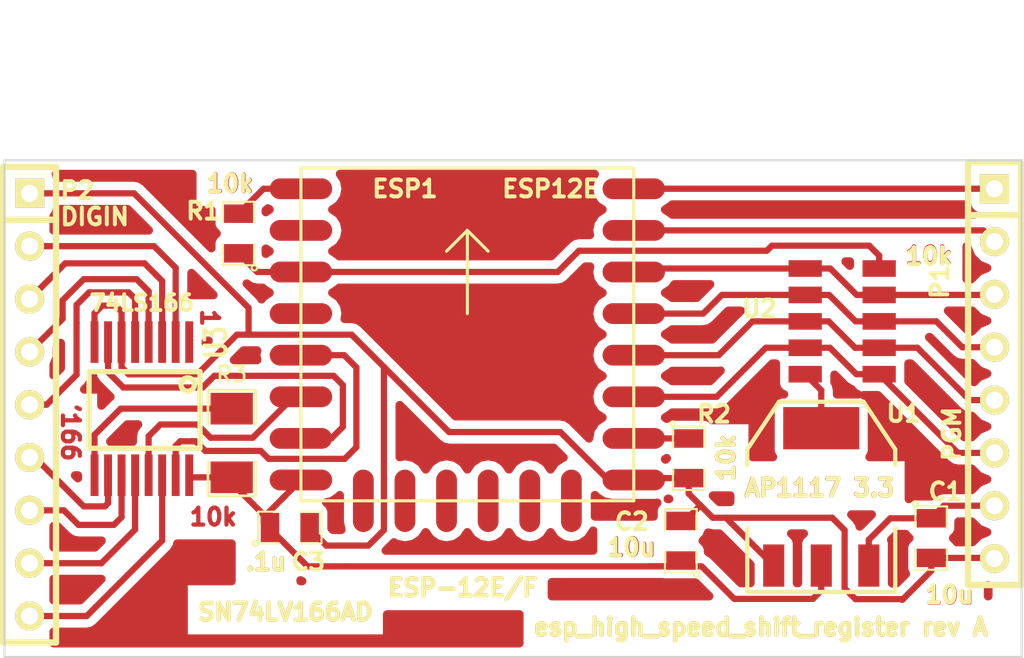
<source format=kicad_pcb>
(kicad_pcb (version 3) (host pcbnew "(2013-jul-07)-stable")

  (general
    (links 47)
    (no_connects 0)
    (area 41.686479 41.054179 91.437461 72.948001)
    (thickness 1.6)
    (drawings 20)
    (tracks 203)
    (zones 0)
    (modules 12)
    (nets 26)
  )

  (page User 152.4 152.4)
  (layers
    (15 F.Cu signal)
    (0 B.Cu signal)
    (16 B.Adhes user)
    (17 F.Adhes user)
    (18 B.Paste user)
    (19 F.Paste user)
    (20 B.SilkS user)
    (21 F.SilkS user)
    (22 B.Mask user)
    (23 F.Mask user)
    (24 Dwgs.User user)
    (25 Cmts.User user)
    (26 Eco1.User user)
    (27 Eco2.User user)
    (28 Edge.Cuts user)
  )

  (setup
    (last_trace_width 0.3)
    (trace_clearance 0.26162)
    (zone_clearance 0.4064)
    (zone_45_only no)
    (trace_min 0.254)
    (segment_width 0.2)
    (edge_width 0.1)
    (via_size 0.889)
    (via_drill 0.635)
    (via_min_size 0.889)
    (via_min_drill 0.508)
    (uvia_size 0.508)
    (uvia_drill 0.127)
    (uvias_allowed no)
    (uvia_min_size 0.508)
    (uvia_min_drill 0.127)
    (pcb_text_width 0.2032)
    (pcb_text_size 0.8128 0.8128)
    (mod_edge_width 0.15)
    (mod_text_size 0.8128 0.8128)
    (mod_text_width 0.1905)
    (pad_size 0.381 2)
    (pad_drill 0)
    (pad_to_mask_clearance 0)
    (aux_axis_origin 0 0)
    (visible_elements FFFFFFBF)
    (pcbplotparams
      (layerselection 32768)
      (usegerberextensions false)
      (excludeedgelayer true)
      (linewidth 0.150000)
      (plotframeref false)
      (viasonmask false)
      (mode 1)
      (useauxorigin false)
      (hpglpennumber 1)
      (hpglpenspeed 20)
      (hpglpendiameter 15)
      (hpglpenoverlay 2)
      (psnegative false)
      (psa4output false)
      (plotreference true)
      (plotvalue true)
      (plotothertext true)
      (plotinvisibletext false)
      (padsonsilk false)
      (subtractmaskfromsilk false)
      (outputformat 2)
      (mirror false)
      (drillshape 0)
      (scaleselection 1)
      (outputdirectory ""))
  )

  (net 0 "")
  (net 1 +3.3V)
  (net 2 +5V)
  (net 3 3v3A)
  (net 4 3v3B)
  (net 5 A)
  (net 6 B)
  (net 7 C)
  (net 8 D)
  (net 9 E)
  (net 10 F)
  (net 11 G)
  (net 12 G0)
  (net 13 G12)
  (net 14 G13)
  (net 15 G14)
  (net 16 G15)
  (net 17 G2)
  (net 18 G4)
  (net 19 G5)
  (net 20 GND)
  (net 21 H)
  (net 22 I2SO_DATA)
  (net 23 N-0000011)
  (net 24 N-0000033)
  (net 25 TX)

  (net_class Default "This is the default net class."
    (clearance 0.26162)
    (trace_width 0.3)
    (via_dia 0.889)
    (via_drill 0.635)
    (uvia_dia 0.508)
    (uvia_drill 0.127)
    (add_net "")
    (add_net +3.3V)
    (add_net +5V)
    (add_net 3v3A)
    (add_net 3v3B)
    (add_net A)
    (add_net B)
    (add_net C)
    (add_net D)
    (add_net E)
    (add_net F)
    (add_net G)
    (add_net G0)
    (add_net G12)
    (add_net G13)
    (add_net G14)
    (add_net G15)
    (add_net G2)
    (add_net G4)
    (add_net G5)
    (add_net GND)
    (add_net H)
    (add_net I2SO_DATA)
    (add_net N-0000011)
    (add_net N-0000033)
    (add_net TX)
  )

  (module SOT223 (layer F.Cu) (tedit 57335B9C) (tstamp 5733792C)
    (at 81.42732 65.2018)
    (descr "module CMS SOT223 4 pins")
    (tags "CMS SOT")
    (path /573346DB)
    (attr smd)
    (fp_text reference U1 (at 3.96748 -4.0132) (layer F.SilkS)
      (effects (font (size 0.8128 0.8128) (thickness 0.1905)))
    )
    (fp_text value "AP1117 3.3" (at -0.0762 -0.4318) (layer F.SilkS)
      (effects (font (size 0.8128 0.8128) (thickness 0.1905)))
    )
    (fp_line (start -3.556 1.524) (end -3.556 4.572) (layer F.SilkS) (width 0.2032))
    (fp_line (start -3.556 4.572) (end 3.556 4.572) (layer F.SilkS) (width 0.2032))
    (fp_line (start 3.556 4.572) (end 3.556 1.524) (layer F.SilkS) (width 0.2032))
    (fp_line (start -3.556 -1.524) (end -3.556 -2.286) (layer F.SilkS) (width 0.2032))
    (fp_line (start -3.556 -2.286) (end -2.032 -4.572) (layer F.SilkS) (width 0.2032))
    (fp_line (start -2.032 -4.572) (end 2.032 -4.572) (layer F.SilkS) (width 0.2032))
    (fp_line (start 2.032 -4.572) (end 3.556 -2.286) (layer F.SilkS) (width 0.2032))
    (fp_line (start 3.556 -2.286) (end 3.556 -1.524) (layer F.SilkS) (width 0.2032))
    (pad 4 smd rect (at 0 -3.302) (size 3.6576 2.032)
      (layers F.Cu F.Paste F.Mask)
      (net 3 3v3A)
    )
    (pad 2 smd rect (at 0 3.302) (size 1.016 2.032)
      (layers F.Cu F.Paste F.Mask)
      (net 1 +3.3V)
    )
    (pad 3 smd rect (at 2.286 3.302) (size 1.016 2.032)
      (layers F.Cu F.Paste F.Mask)
      (net 2 +5V)
    )
    (pad 1 smd rect (at -2.286 3.302) (size 1.016 2.032)
      (layers F.Cu F.Paste F.Mask)
      (net 20 GND)
    )
    (model smd/SOT223.wrl
      (at (xyz 0 0 0))
      (scale (xyz 0.4 0.4 0.4))
      (rotate (xyz 0 0 0))
    )
  )

  (module SM0805 (layer F.Cu) (tedit 57335B82) (tstamp 57337939)
    (at 86.7156 67.183 270)
    (path /573346EA)
    (attr smd)
    (fp_text reference C1 (at -2.2352 -0.6858 360) (layer F.SilkS)
      (effects (font (size 0.8128 0.8128) (thickness 0.1905)))
    )
    (fp_text value 10u (at 2.7178 -0.8636 360) (layer F.SilkS)
      (effects (font (size 0.8128 0.8128) (thickness 0.1905)))
    )
    (fp_circle (center -1.651 0.762) (end -1.651 0.635) (layer F.SilkS) (width 0.09906))
    (fp_line (start -0.508 0.762) (end -1.524 0.762) (layer F.SilkS) (width 0.09906))
    (fp_line (start -1.524 0.762) (end -1.524 -0.762) (layer F.SilkS) (width 0.09906))
    (fp_line (start -1.524 -0.762) (end -0.508 -0.762) (layer F.SilkS) (width 0.09906))
    (fp_line (start 0.508 -0.762) (end 1.524 -0.762) (layer F.SilkS) (width 0.09906))
    (fp_line (start 1.524 -0.762) (end 1.524 0.762) (layer F.SilkS) (width 0.09906))
    (fp_line (start 1.524 0.762) (end 0.508 0.762) (layer F.SilkS) (width 0.09906))
    (pad 1 smd rect (at -0.9525 0 270) (size 0.889 1.397)
      (layers F.Cu F.Paste F.Mask)
      (net 2 +5V)
    )
    (pad 2 smd rect (at 0.9525 0 270) (size 0.889 1.397)
      (layers F.Cu F.Paste F.Mask)
      (net 20 GND)
    )
    (model smd/chip_cms.wrl
      (at (xyz 0 0 0))
      (scale (xyz 0.1 0.1 0.1))
      (rotate (xyz 0 0 0))
    )
  )

  (module SM0805 (layer F.Cu) (tedit 57335B2D) (tstamp 57337946)
    (at 74.676 67.31 90)
    (path /573346F9)
    (attr smd)
    (fp_text reference C2 (at 0.91948 -2.35712 180) (layer F.SilkS)
      (effects (font (size 0.8128 0.8128) (thickness 0.1905)))
    )
    (fp_text value 10u (at -0.32512 -2.39268 180) (layer F.SilkS)
      (effects (font (size 0.8128 0.8128) (thickness 0.1905)))
    )
    (fp_circle (center -1.651 0.762) (end -1.651 0.635) (layer F.SilkS) (width 0.09906))
    (fp_line (start -0.508 0.762) (end -1.524 0.762) (layer F.SilkS) (width 0.09906))
    (fp_line (start -1.524 0.762) (end -1.524 -0.762) (layer F.SilkS) (width 0.09906))
    (fp_line (start -1.524 -0.762) (end -0.508 -0.762) (layer F.SilkS) (width 0.09906))
    (fp_line (start 0.508 -0.762) (end 1.524 -0.762) (layer F.SilkS) (width 0.09906))
    (fp_line (start 1.524 -0.762) (end 1.524 0.762) (layer F.SilkS) (width 0.09906))
    (fp_line (start 1.524 0.762) (end 0.508 0.762) (layer F.SilkS) (width 0.09906))
    (pad 1 smd rect (at -0.9525 0 90) (size 0.889 1.397)
      (layers F.Cu F.Paste F.Mask)
      (net 1 +3.3V)
    )
    (pad 2 smd rect (at 0.9525 0 90) (size 0.889 1.397)
      (layers F.Cu F.Paste F.Mask)
      (net 20 GND)
    )
    (model smd/chip_cms.wrl
      (at (xyz 0 0 0))
      (scale (xyz 0.1 0.1 0.1))
      (rotate (xyz 0 0 0))
    )
  )

  (module SM0805 (layer F.Cu) (tedit 57335AEF) (tstamp 57337953)
    (at 53.4162 52.5399 90)
    (path /57334831)
    (attr smd)
    (fp_text reference R1 (at 1.0795 -1.7018 180) (layer F.SilkS)
      (effects (font (size 0.8128 0.8128) (thickness 0.1905)))
    )
    (fp_text value 10k (at 2.4003 -0.4318 180) (layer F.SilkS)
      (effects (font (size 0.8128 0.8128) (thickness 0.1905)))
    )
    (fp_circle (center -1.651 0.762) (end -1.651 0.635) (layer F.SilkS) (width 0.09906))
    (fp_line (start -0.508 0.762) (end -1.524 0.762) (layer F.SilkS) (width 0.09906))
    (fp_line (start -1.524 0.762) (end -1.524 -0.762) (layer F.SilkS) (width 0.09906))
    (fp_line (start -1.524 -0.762) (end -0.508 -0.762) (layer F.SilkS) (width 0.09906))
    (fp_line (start 0.508 -0.762) (end 1.524 -0.762) (layer F.SilkS) (width 0.09906))
    (fp_line (start 1.524 -0.762) (end 1.524 0.762) (layer F.SilkS) (width 0.09906))
    (fp_line (start 1.524 0.762) (end 0.508 0.762) (layer F.SilkS) (width 0.09906))
    (pad 1 smd rect (at -0.9525 0 90) (size 0.889 1.397)
      (layers F.Cu F.Paste F.Mask)
      (net 4 3v3B)
    )
    (pad 2 smd rect (at 0.9525 0 90) (size 0.889 1.397)
      (layers F.Cu F.Paste F.Mask)
      (net 24 N-0000033)
    )
    (model smd/chip_cms.wrl
      (at (xyz 0 0 0))
      (scale (xyz 0.1 0.1 0.1))
      (rotate (xyz 0 0 0))
    )
  )

  (module SM0805 (layer F.Cu) (tedit 57335B5E) (tstamp 57337960)
    (at 75.057 63.3476 270)
    (path /57334860)
    (attr smd)
    (fp_text reference R2 (at -2.12852 -1.21412 360) (layer F.SilkS)
      (effects (font (size 0.8128 0.8128) (thickness 0.1905)))
    )
    (fp_text value 10k (at -0.0254 -1.78816 270) (layer F.SilkS)
      (effects (font (size 0.8128 0.8128) (thickness 0.1905)))
    )
    (fp_circle (center -1.651 0.762) (end -1.651 0.635) (layer F.SilkS) (width 0.09906))
    (fp_line (start -0.508 0.762) (end -1.524 0.762) (layer F.SilkS) (width 0.09906))
    (fp_line (start -1.524 0.762) (end -1.524 -0.762) (layer F.SilkS) (width 0.09906))
    (fp_line (start -1.524 -0.762) (end -0.508 -0.762) (layer F.SilkS) (width 0.09906))
    (fp_line (start 0.508 -0.762) (end 1.524 -0.762) (layer F.SilkS) (width 0.09906))
    (fp_line (start 1.524 -0.762) (end 1.524 0.762) (layer F.SilkS) (width 0.09906))
    (fp_line (start 1.524 0.762) (end 0.508 0.762) (layer F.SilkS) (width 0.09906))
    (pad 1 smd rect (at -0.9525 0 270) (size 0.889 1.397)
      (layers F.Cu F.Paste F.Mask)
      (net 16 G15)
    )
    (pad 2 smd rect (at 0.9525 0 270) (size 0.889 1.397)
      (layers F.Cu F.Paste F.Mask)
      (net 20 GND)
    )
    (model smd/chip_cms.wrl
      (at (xyz 0 0 0))
      (scale (xyz 0.1 0.1 0.1))
      (rotate (xyz 0 0 0))
    )
  )

  (module SM0805 (layer F.Cu) (tedit 5744BB70) (tstamp 5733796D)
    (at 55.88 66.675)
    (path /57334E71)
    (attr smd)
    (fp_text reference C3 (at 0.889 1.651) (layer F.SilkS)
      (effects (font (size 0.8128 0.8128) (thickness 0.1905)))
    )
    (fp_text value .1u (at -1.143 1.651) (layer F.SilkS)
      (effects (font (size 0.8128 0.8128) (thickness 0.1905)))
    )
    (fp_circle (center -1.651 0.762) (end -1.651 0.635) (layer F.SilkS) (width 0.09906))
    (fp_line (start -0.508 0.762) (end -1.524 0.762) (layer F.SilkS) (width 0.09906))
    (fp_line (start -1.524 0.762) (end -1.524 -0.762) (layer F.SilkS) (width 0.09906))
    (fp_line (start -1.524 -0.762) (end -0.508 -0.762) (layer F.SilkS) (width 0.09906))
    (fp_line (start 0.508 -0.762) (end 1.524 -0.762) (layer F.SilkS) (width 0.09906))
    (fp_line (start 1.524 -0.762) (end 1.524 0.762) (layer F.SilkS) (width 0.09906))
    (fp_line (start 1.524 0.762) (end 0.508 0.762) (layer F.SilkS) (width 0.09906))
    (pad 1 smd rect (at -0.9525 0) (size 0.889 1.397)
      (layers F.Cu F.Paste F.Mask)
      (net 1 +3.3V)
    )
    (pad 2 smd rect (at 0.9525 0) (size 0.889 1.397)
      (layers F.Cu F.Paste F.Mask)
      (net 20 GND)
    )
    (model smd/chip_cms.wrl
      (at (xyz 0 0 0))
      (scale (xyz 0.1 0.1 0.1))
      (rotate (xyz 0 0 0))
    )
  )

  (module SIL-8 (layer F.Cu) (tedit 57335B6D) (tstamp 5733797E)
    (at 89.75344 59.27852 270)
    (descr "Connecteur 8 pins")
    (tags "CONN DEV")
    (path /57334C6B)
    (fp_text reference P1 (at -4.41452 2.63144 270) (layer F.SilkS)
      (effects (font (size 0.8128 0.8128) (thickness 0.1905)))
    )
    (fp_text value PGM (at 2.90068 2.04724 270) (layer F.SilkS)
      (effects (font (size 0.8128 0.8128) (thickness 0.1905)))
    )
    (fp_line (start -10.16 -1.27) (end 10.16 -1.27) (layer F.SilkS) (width 0.3048))
    (fp_line (start 10.16 -1.27) (end 10.16 1.27) (layer F.SilkS) (width 0.3048))
    (fp_line (start 10.16 1.27) (end -10.16 1.27) (layer F.SilkS) (width 0.3048))
    (fp_line (start -10.16 1.27) (end -10.16 -1.27) (layer F.SilkS) (width 0.3048))
    (fp_line (start -7.62 1.27) (end -7.62 -1.27) (layer F.SilkS) (width 0.3048))
    (pad 1 thru_hole rect (at -8.89 0 270) (size 1.397 1.397) (drill 0.8128)
      (layers *.Cu *.Mask F.SilkS)
      (net 25 TX)
    )
    (pad 2 thru_hole circle (at -6.35 0 270) (size 1.397 1.397) (drill 0.8128)
      (layers *.Cu *.Mask F.SilkS)
      (net 22 I2SO_DATA)
    )
    (pad 3 thru_hole circle (at -3.81 0 270) (size 1.397 1.397) (drill 0.8128)
      (layers *.Cu *.Mask F.SilkS)
      (net 19 G5)
    )
    (pad 4 thru_hole circle (at -1.27 0 270) (size 1.397 1.397) (drill 0.8128)
      (layers *.Cu *.Mask F.SilkS)
      (net 18 G4)
    )
    (pad 5 thru_hole circle (at 1.27 0 270) (size 1.397 1.397) (drill 0.8128)
      (layers *.Cu *.Mask F.SilkS)
      (net 12 G0)
    )
    (pad 6 thru_hole circle (at 3.81 0 270) (size 1.397 1.397) (drill 0.8128)
      (layers *.Cu *.Mask F.SilkS)
      (net 17 G2)
    )
    (pad 7 thru_hole circle (at 6.35 0 270) (size 1.397 1.397) (drill 0.8128)
      (layers *.Cu *.Mask F.SilkS)
      (net 2 +5V)
    )
    (pad 8 thru_hole circle (at 8.89 0 270) (size 1.397 1.397) (drill 0.8128)
      (layers *.Cu *.Mask F.SilkS)
      (net 20 GND)
    )
  )

  (module EXB-A (layer F.Cu) (tedit 57335B69) (tstamp 5733799F)
    (at 82.43316 56.76392)
    (path /57334943)
    (fp_text reference U2 (at -3.98272 -0.60452) (layer F.SilkS)
      (effects (font (size 0.8128 0.8128) (thickness 0.1905)))
    )
    (fp_text value 10k (at 4.17068 -3.11912) (layer F.SilkS)
      (effects (font (size 0.8128 0.8128) (thickness 0.1905)))
    )
    (pad 1 smd rect (at -1.778 -2.54 90) (size 0.8001 1.6002)
      (layers F.Cu F.Paste F.Mask)
      (net 19 G5)
    )
    (pad 2 smd rect (at -1.778 -1.27 90) (size 0.8001 1.6002)
      (layers F.Cu F.Paste F.Mask)
      (net 18 G4)
    )
    (pad 3 smd rect (at -1.778 0 90) (size 0.8001 1.6002)
      (layers F.Cu F.Paste F.Mask)
      (net 12 G0)
    )
    (pad 4 smd rect (at -1.778 1.27 90) (size 0.8001 1.6002)
      (layers F.Cu F.Paste F.Mask)
      (net 17 G2)
    )
    (pad 5 smd rect (at -1.778 2.54 90) (size 0.8001 1.6002)
      (layers F.Cu F.Paste F.Mask)
      (net 3 3v3A)
    )
    (pad 6 smd rect (at 1.778 2.54 90) (size 0.8001 1.6002)
      (layers F.Cu F.Paste F.Mask)
      (net 17 G2)
    )
    (pad 7 smd rect (at 1.778 1.27 90) (size 0.8001 1.6002)
      (layers F.Cu F.Paste F.Mask)
      (net 12 G0)
    )
    (pad 8 smd rect (at 1.778 0 90) (size 0.8001 1.6002)
      (layers F.Cu F.Paste F.Mask)
      (net 18 G4)
    )
    (pad 9 smd rect (at 1.778 -1.27 90) (size 0.8001 1.6002)
      (layers F.Cu F.Paste F.Mask)
      (net 19 G5)
    )
    (pad 10 smd rect (at 1.778 -2.54 90) (size 0.8001 1.6002)
      (layers F.Cu F.Paste F.Mask)
      (net 4 3v3B)
    )
  )

  (module ESP12E (layer F.Cu) (tedit 560D9068) (tstamp 573379C3)
    (at 64.4144 53.3908)
    (path /573344E2)
    (fp_text reference ESP1 (at -3 -3) (layer F.SilkS)
      (effects (font (size 0.8128 0.8128) (thickness 0.1905)))
    )
    (fp_text value ESP12E (at 4 -3) (layer F.SilkS)
      (effects (font (size 0.8128 0.8128) (thickness 0.1905)))
    )
    (fp_line (start 0 -1) (end -1 0) (layer F.SilkS) (width 0.15))
    (fp_line (start 0 -1) (end 1 0) (layer F.SilkS) (width 0.15))
    (fp_line (start 0 -1) (end 0 3) (layer F.SilkS) (width 0.15))
    (fp_line (start -8 12) (end -8 -4) (layer F.SilkS) (width 0.15))
    (fp_line (start -8 -4) (end 8 -4) (layer F.SilkS) (width 0.15))
    (fp_line (start 8 -4) (end 8 12) (layer F.SilkS) (width 0.15))
    (fp_line (start 8 -12) (end -8 -12) (layer Dwgs.User) (width 0.15))
    (fp_line (start -8 -12) (end -8 12) (layer Dwgs.User) (width 0.15))
    (fp_line (start -8 12) (end 8 12) (layer F.SilkS) (width 0.15))
    (fp_line (start 8 12) (end 8 -12) (layer Dwgs.User) (width 0.15))
    (pad 1 smd oval (at -8 -3) (size 3 1)
      (layers F.Cu F.Paste F.Mask)
      (net 24 N-0000033)
    )
    (pad 2 smd oval (at -8 -1) (size 3 1)
      (layers F.Cu F.Paste F.Mask)
    )
    (pad 3 smd oval (at -8 1) (size 3 1)
      (layers F.Cu F.Paste F.Mask)
      (net 4 3v3B)
    )
    (pad 4 smd oval (at -8 3) (size 3 1)
      (layers F.Cu F.Paste F.Mask)
    )
    (pad 5 smd oval (at -8 5) (size 3 1)
      (layers F.Cu F.Paste F.Mask)
      (net 15 G14)
    )
    (pad 6 smd oval (at -8 7) (size 3 1)
      (layers F.Cu F.Paste F.Mask)
      (net 13 G12)
    )
    (pad 7 smd oval (at -8 9) (size 3 1)
      (layers F.Cu F.Paste F.Mask)
      (net 14 G13)
    )
    (pad 8 smd oval (at -8 11) (size 3 1)
      (layers F.Cu F.Paste F.Mask)
      (net 1 +3.3V)
    )
    (pad 9 smd oval (at -5 12 90) (size 3 1)
      (layers F.Cu F.Paste F.Mask)
    )
    (pad 10 smd oval (at -3 12 90) (size 3 1)
      (layers F.Cu F.Paste F.Mask)
    )
    (pad 11 smd oval (at -1 12 90) (size 3 1)
      (layers F.Cu F.Paste F.Mask)
    )
    (pad 12 smd oval (at 1 12 90) (size 3 1)
      (layers F.Cu F.Paste F.Mask)
    )
    (pad 13 smd oval (at 3 12 90) (size 3 1)
      (layers F.Cu F.Paste F.Mask)
    )
    (pad 14 smd oval (at 5 12 90) (size 3 1)
      (layers F.Cu F.Paste F.Mask)
    )
    (pad 15 smd oval (at 8 11 180) (size 3 1)
      (layers F.Cu F.Paste F.Mask)
      (net 20 GND)
    )
    (pad 16 smd oval (at 8 9 180) (size 3 1)
      (layers F.Cu F.Paste F.Mask)
      (net 16 G15)
    )
    (pad 17 smd oval (at 8 7 180) (size 3 1)
      (layers F.Cu F.Paste F.Mask)
      (net 17 G2)
    )
    (pad 18 smd oval (at 8 5 180) (size 3 1)
      (layers F.Cu F.Paste F.Mask)
      (net 12 G0)
    )
    (pad 19 smd oval (at 8 3 180) (size 3 1)
      (layers F.Cu F.Paste F.Mask)
      (net 18 G4)
    )
    (pad 20 smd oval (at 8 1 180) (size 3 1)
      (layers F.Cu F.Paste F.Mask)
      (net 19 G5)
    )
    (pad 21 smd oval (at 8 -1 180) (size 3 1)
      (layers F.Cu F.Paste F.Mask)
      (net 22 I2SO_DATA)
    )
    (pad 22 smd oval (at 8 -3 180) (size 3 1)
      (layers F.Cu F.Paste F.Mask)
      (net 25 TX)
    )
  )

  (module SIL-9 (layer F.Cu) (tedit 57335AF6) (tstamp 573382C2)
    (at 43.3705 60.7695 270)
    (descr "Connecteur 9 pins")
    (tags "CONN DEV")
    (path /57335304)
    (fp_text reference P2 (at -10.2997 -2.2987 360) (layer F.SilkS)
      (effects (font (size 0.8128 0.8128) (thickness 0.1905)))
    )
    (fp_text value DIGIN (at -9.03478 -3.13182 360) (layer F.SilkS)
      (effects (font (size 0.8128 0.8128) (thickness 0.1905)))
    )
    (fp_line (start 11.43 -1.27) (end 11.43 1.27) (layer F.SilkS) (width 0.3048))
    (fp_line (start 11.43 1.27) (end -11.43 1.27) (layer F.SilkS) (width 0.3048))
    (fp_line (start -11.43 1.27) (end -11.43 -1.27) (layer F.SilkS) (width 0.3048))
    (fp_line (start 11.43 -1.27) (end -11.43 -1.27) (layer F.SilkS) (width 0.3048))
    (fp_line (start -8.89 -1.27) (end -8.89 1.27) (layer F.SilkS) (width 0.3048))
    (pad 1 thru_hole rect (at -10.16 0 270) (size 1.397 1.397) (drill 0.8128)
      (layers *.Cu *.Mask F.SilkS)
      (net 20 GND)
    )
    (pad 2 thru_hole circle (at -7.62 0 270) (size 1.397 1.397) (drill 0.8128)
      (layers *.Cu *.Mask F.SilkS)
      (net 5 A)
    )
    (pad 3 thru_hole circle (at -5.08 0 270) (size 1.397 1.397) (drill 0.8128)
      (layers *.Cu *.Mask F.SilkS)
      (net 6 B)
    )
    (pad 4 thru_hole circle (at -2.54 0 270) (size 1.397 1.397) (drill 0.8128)
      (layers *.Cu *.Mask F.SilkS)
      (net 7 C)
    )
    (pad 5 thru_hole circle (at 0 0 270) (size 1.397 1.397) (drill 0.8128)
      (layers *.Cu *.Mask F.SilkS)
      (net 8 D)
    )
    (pad 6 thru_hole circle (at 2.54 0 270) (size 1.397 1.397) (drill 0.8128)
      (layers *.Cu *.Mask F.SilkS)
      (net 9 E)
    )
    (pad 7 thru_hole circle (at 5.08 0 270) (size 1.397 1.397) (drill 0.8128)
      (layers *.Cu *.Mask F.SilkS)
      (net 10 F)
    )
    (pad 8 thru_hole circle (at 7.62 0 270) (size 1.397 1.397) (drill 0.8128)
      (layers *.Cu *.Mask F.SilkS)
      (net 11 G)
    )
    (pad 9 thru_hole circle (at 10.16 0 270) (size 1.397 1.397) (drill 0.8128)
      (layers *.Cu *.Mask F.SilkS)
      (net 21 H)
    )
  )

  (module TSSOP16WIDE (layer F.Cu) (tedit 5744BBB4) (tstamp 5733820E)
    (at 48.768 60.96 180)
    (path /573346B8)
    (attr smd)
    (fp_text reference U3 (at -3.556 3.175 270) (layer F.SilkS)
      (effects (font (size 1.016 0.762) (thickness 0.1905)))
    )
    (fp_text value 74LS166 (at 0 5.08 180) (layer F.SilkS)
      (effects (font (size 0.762 0.762) (thickness 0.1905)))
    )
    (fp_line (start -2.794 -1.905) (end 2.54 -1.905) (layer F.SilkS) (width 0.254))
    (fp_line (start 2.54 -1.905) (end 2.54 1.778) (layer F.SilkS) (width 0.254))
    (fp_line (start 2.54 1.778) (end -2.794 1.778) (layer F.SilkS) (width 0.254))
    (fp_line (start -2.794 1.778) (end -2.794 -1.905) (layer F.SilkS) (width 0.254))
    (fp_circle (center -2.20218 1.15824) (end -2.40538 1.41224) (layer F.SilkS) (width 0.254))
    (pad 1 smd rect (at -2.27584 3.2 180) (size 0.381 2)
      (layers F.Cu F.Paste F.Mask)
    )
    (pad 2 smd rect (at -1.6256 3.2 180) (size 0.381 2)
      (layers F.Cu F.Paste F.Mask)
      (net 5 A)
    )
    (pad 3 smd rect (at -0.97536 3.2 180) (size 0.381 2)
      (layers F.Cu F.Paste F.Mask)
      (net 6 B)
    )
    (pad 4 smd rect (at -0.32512 3.2 180) (size 0.381 2)
      (layers F.Cu F.Paste F.Mask)
      (net 7 C)
    )
    (pad 5 smd rect (at 0.32512 3.2 180) (size 0.381 2)
      (layers F.Cu F.Paste F.Mask)
      (net 8 D)
    )
    (pad 6 smd rect (at 0.97536 3.2 180) (size 0.381 2)
      (layers F.Cu F.Paste F.Mask)
      (net 20 GND)
    )
    (pad 7 smd rect (at 1.6256 3.2 180) (size 0.381 2)
      (layers F.Cu F.Paste F.Mask)
      (net 14 G13)
    )
    (pad 8 smd rect (at 2.27584 3.2 180) (size 0.381 2)
      (layers F.Cu F.Paste F.Mask)
      (net 20 GND)
    )
    (pad 9 smd rect (at 2.27584 -3.2 180) (size 0.381 2)
      (layers F.Cu F.Paste F.Mask)
      (net 23 N-0000011)
    )
    (pad 10 smd rect (at 1.6256 -3.2 180) (size 0.381 2)
      (layers F.Cu F.Paste F.Mask)
      (net 9 E)
    )
    (pad 11 smd rect (at 0.97536 -3.2 180) (size 0.381 2)
      (layers F.Cu F.Paste F.Mask)
      (net 10 F)
    )
    (pad 12 smd rect (at 0.32512 -3.2 180) (size 0.381 2)
      (layers F.Cu F.Paste F.Mask)
      (net 11 G)
    )
    (pad 13 smd rect (at -0.32512 -3.2 180) (size 0.381 2)
      (layers F.Cu F.Paste F.Mask)
      (net 13 G12)
    )
    (pad 14 smd rect (at -0.97536 -3.2 180) (size 0.381 2)
      (layers F.Cu F.Paste F.Mask)
      (net 21 H)
    )
    (pad 15 smd rect (at -1.6256 -3.2 180) (size 0.381 2)
      (layers F.Cu F.Paste F.Mask)
      (net 15 G14)
    )
    (pad 16 smd rect (at -2.27584 -3.2 180) (size 0.381 2)
      (layers F.Cu F.Paste F.Mask)
      (net 1 +3.3V)
    )
    (model smd\smd_dil\tssop-16.wrl
      (at (xyz 0 0 0))
      (scale (xyz 1 1 1))
      (rotate (xyz 0 0 0))
    )
  )

  (module SM1206 (layer F.Cu) (tedit 5744BB29) (tstamp 57450BA0)
    (at 53.086 62.611 90)
    (path /5744B7D9)
    (attr smd)
    (fp_text reference R3 (at 3.302 0 180) (layer F.SilkS)
      (effects (font (size 0.762 0.762) (thickness 0.127)))
    )
    (fp_text value 10k (at 0 0 90) (layer F.SilkS) hide
      (effects (font (size 0.762 0.762) (thickness 0.127)))
    )
    (fp_line (start -2.54 -1.143) (end -2.54 1.143) (layer F.SilkS) (width 0.127))
    (fp_line (start -2.54 1.143) (end -0.889 1.143) (layer F.SilkS) (width 0.127))
    (fp_line (start 0.889 -1.143) (end 2.54 -1.143) (layer F.SilkS) (width 0.127))
    (fp_line (start 2.54 -1.143) (end 2.54 1.143) (layer F.SilkS) (width 0.127))
    (fp_line (start 2.54 1.143) (end 0.889 1.143) (layer F.SilkS) (width 0.127))
    (fp_line (start -0.889 -1.143) (end -2.54 -1.143) (layer F.SilkS) (width 0.127))
    (pad 1 smd rect (at -1.651 0 90) (size 1.524 2.032)
      (layers F.Cu F.Paste F.Mask)
      (net 1 +3.3V)
    )
    (pad 2 smd rect (at 1.651 0 90) (size 1.524 2.032)
      (layers F.Cu F.Paste F.Mask)
      (net 23 N-0000011)
    )
    (model smd/chip_cms.wrl
      (at (xyz 0 0 0))
      (scale (xyz 0.17 0.16 0.16))
      (rotate (xyz 0 0 0))
    )
  )

  (gr_text '166 (at 45.339 62.103 270) (layer F.Cu)
    (effects (font (size 0.8128 0.8128) (thickness 0.2032)))
  )
  (gr_text "10k\n" (at 52.197 66.167) (layer F.Cu)
    (effects (font (size 0.8128 0.8128) (thickness 0.2032)))
  )
  (gr_line (start 42.164 72.898) (end 91.059 72.898) (angle 90) (layer Edge.Cuts) (width 0.1))
  (gr_line (start 91.059 49.022) (end 42.164 49.022) (angle 90) (layer Edge.Cuts) (width 0.1))
  (gr_text SN74LV166AD (at 55.66664 70.73392) (layer F.SilkS)
    (effects (font (size 0.8128 0.8128) (thickness 0.2032)))
  )
  (gr_text SN74LV166AD (at 55.66664 70.73392) (layer F.Cu)
    (effects (font (size 0.8128 0.8128) (thickness 0.2032)))
  )
  (gr_text ESP-12E/F (at 64.1858 69.5706) (layer F.SilkS)
    (effects (font (size 0.8128 0.8128) (thickness 0.2032)))
  )
  (gr_text "esp_high_speed_shift_register rev A" (at 78.52156 71.46036) (layer F.SilkS)
    (effects (font (size 0.8128 0.8128) (thickness 0.2032)))
  )
  (gr_text "esp_high_speed_shift_register rev A" (at 78.52156 71.46036) (layer F.Cu)
    (effects (font (size 0.8128 0.8128) (thickness 0.2032)))
  )
  (gr_text "10k\n" (at 53.0098 50.1396) (layer F.Cu)
    (effects (font (size 0.8128 0.8128) (thickness 0.2032)))
  )
  (gr_text 10k (at 86.60384 53.60924) (layer F.Cu)
    (effects (font (size 0.8128 0.8128) (thickness 0.2032)))
  )
  (gr_text 1 (at 52.03444 56.59628 270) (layer F.Cu)
    (effects (font (size 0.8128 0.8128) (thickness 0.2032)))
  )
  (gr_text 10u (at 87.59444 69.91604) (layer F.Cu)
    (effects (font (size 0.8128 0.8128) (thickness 0.2032)))
  )
  (gr_text 10u (at 72.3138 67.63004) (layer F.Cu)
    (effects (font (size 0.8128 0.8128) (thickness 0.2032)))
  )
  (gr_text 10k (at 76.85024 63.3222 90) (layer F.Cu)
    (effects (font (size 0.8128 0.8128) (thickness 0.2032)))
  )
  (gr_text "AP1117 3.3" (at 81.34604 64.77) (layer F.Cu)
    (effects (font (size 0.8128 0.8128) (thickness 0.2032)))
  )
  (gr_text .1u (at 54.737 68.326) (layer F.Cu)
    (effects (font (size 0.8128 0.8128) (thickness 0.2032)))
  )
  (gr_text ESP-12E/F (at 64.1858 69.5706) (layer F.Cu)
    (effects (font (size 0.8128 0.8128) (thickness 0.2032)))
  )
  (gr_line (start 91.059 72.898) (end 91.059 49.022) (angle 90) (layer Edge.Cuts) (width 0.1))
  (gr_line (start 42.164 49.022) (end 42.164 72.898) (angle 90) (layer Edge.Cuts) (width 0.1))

  (segment (start 51.04384 64.16) (end 51.14584 64.262) (width 0.3) (layer F.Cu) (net 1))
  (segment (start 51.14584 64.262) (end 53.086 64.262) (width 0.3) (layer F.Cu) (net 1) (tstamp 57450C7C) (status 20))
  (segment (start 81.42732 68.5038) (end 81.42732 69.70268) (width 0.3) (layer F.Cu) (net 1))
  (segment (start 81.026 70.104) (end 77.2414 70.104) (width 0.3) (layer F.Cu) (net 1) (tstamp 57338368))
  (segment (start 81.42732 69.70268) (end 81.026 70.104) (width 0.3) (layer F.Cu) (net 1) (tstamp 57338367))
  (segment (start 73.152 68.5419) (end 74.3966 68.5419) (width 0.3) (layer F.Cu) (net 1))
  (segment (start 74.3966 68.5419) (end 74.676 68.2625) (width 0.3) (layer F.Cu) (net 1) (tstamp 57338355))
  (segment (start 58.5597 68.5419) (end 56.7309 68.5419) (width 0.3) (layer F.Cu) (net 1))
  (segment (start 58.5597 68.5419) (end 73.152 68.5419) (width 0.3) (layer F.Cu) (net 1) (tstamp 57335118))
  (segment (start 73.152 68.5419) (end 75.6793 68.5419) (width 0.3) (layer F.Cu) (net 1) (tstamp 57338353))
  (segment (start 77.2414 70.104) (end 75.6793 68.5419) (width 0.3) (layer F.Cu) (net 1) (tstamp 5733836B))
  (segment (start 56.7309 68.5419) (end 54.6354 66.4464) (width 0.3) (layer F.Cu) (net 1) (tstamp 57338307))
  (segment (start 52.24272 63.68288) (end 54.6354 66.07556) (width 0.3) (layer F.Cu) (net 1) (tstamp 57338291) (status 10))
  (segment (start 54.6354 66.07556) (end 54.6354 66.4464) (width 0.3) (layer F.Cu) (net 1) (tstamp 57338292))
  (segment (start 55.5498 65.2554) (end 54.6354 66.1698) (width 0.3) (layer F.Cu) (net 1))
  (segment (start 54.6354 66.1698) (end 54.6354 66.4464) (width 0.3) (layer F.Cu) (net 1) (tstamp 57338286))
  (segment (start 55.6288 65.1764) (end 55.5498 65.2554) (width 0.3) (layer F.Cu) (net 1) (tstamp 5733507C))
  (segment (start 55.5498 65.2554) (end 56.4144 64.3908) (width 0.3) (layer F.Cu) (net 1) (tstamp 57338284))
  (segment (start 56.4144 64.3908) (end 57.4276 64.3908) (width 0.3) (layer F.Cu) (net 1))
  (segment (start 86.7156 66.2305) (end 84.7471 66.2305) (width 0.3) (layer F.Cu) (net 2))
  (segment (start 83.71332 67.26428) (end 83.71332 68.5038) (width 0.3) (layer F.Cu) (net 2) (tstamp 573402A7))
  (segment (start 84.7471 66.2305) (end 83.71332 67.26428) (width 0.3) (layer F.Cu) (net 2) (tstamp 573402A6))
  (segment (start 89.75344 65.62852) (end 87.31758 65.62852) (width 0.3) (layer F.Cu) (net 2))
  (segment (start 87.31758 65.62852) (end 86.7156 66.2305) (width 0.3) (layer F.Cu) (net 2) (tstamp 573402A3))
  (segment (start 81.42732 61.8998) (end 81.42732 60.07608) (width 0.3) (layer F.Cu) (net 3))
  (segment (start 81.42732 60.07608) (end 80.65516 59.30392) (width 0.3) (layer F.Cu) (net 3) (tstamp 573402AA))
  (segment (start 56.4144 54.3908) (end 68.75856 54.3908) (width 0.3) (layer F.Cu) (net 4))
  (segment (start 84.21116 53.60416) (end 84.21116 54.22392) (width 0.3) (layer F.Cu) (net 4) (tstamp 57338378))
  (segment (start 83.73364 53.12664) (end 84.21116 53.60416) (width 0.3) (layer F.Cu) (net 4) (tstamp 57338377))
  (segment (start 79.05496 53.12664) (end 83.73364 53.12664) (width 0.3) (layer F.Cu) (net 4) (tstamp 57338376))
  (segment (start 78.81112 53.37048) (end 79.05496 53.12664) (width 0.3) (layer F.Cu) (net 4) (tstamp 57338375))
  (segment (start 69.77888 53.37048) (end 78.81112 53.37048) (width 0.3) (layer F.Cu) (net 4) (tstamp 57338374))
  (segment (start 68.75856 54.3908) (end 69.77888 53.37048) (width 0.3) (layer F.Cu) (net 4) (tstamp 57338373))
  (segment (start 56.4144 54.3908) (end 54.3146 54.3908) (width 0.3) (layer F.Cu) (net 4))
  (segment (start 54.3146 54.3908) (end 53.4162 53.4924) (width 0.3) (layer F.Cu) (net 4) (tstamp 573402D7))
  (segment (start 49.3522 53.1495) (end 50.3936 54.1909) (width 0.3) (layer F.Cu) (net 5))
  (segment (start 43.3705 53.1495) (end 49.3522 53.1495) (width 0.3) (layer F.Cu) (net 5) (tstamp 573382EB))
  (segment (start 50.3936 54.1909) (end 50.3936 57.76) (width 0.3) (layer F.Cu) (net 5) (tstamp 57450CA2))
  (segment (start 48.895 53.975) (end 49.74336 54.82336) (width 0.3) (layer F.Cu) (net 6))
  (segment (start 45.085 53.975) (end 48.895 53.975) (width 0.3) (layer F.Cu) (net 6) (tstamp 57450B61))
  (segment (start 43.3705 55.6895) (end 45.085 53.975) (width 0.3) (layer F.Cu) (net 6))
  (segment (start 49.74336 54.82336) (end 49.74336 57.76) (width 0.3) (layer F.Cu) (net 6) (tstamp 57450CA5))
  (segment (start 48.514 54.737) (end 49.09312 55.31612) (width 0.3) (layer F.Cu) (net 7))
  (segment (start 48.514 54.737) (end 45.974 54.737) (width 0.3) (layer F.Cu) (net 7) (tstamp 57450B5B))
  (segment (start 45.974 54.737) (end 44.958 55.753) (width 0.3) (layer F.Cu) (net 7) (tstamp 57450B5C))
  (segment (start 44.958 55.753) (end 44.958 56.642) (width 0.3) (layer F.Cu) (net 7) (tstamp 57450B5D))
  (segment (start 43.3705 58.2295) (end 44.958 56.642) (width 0.3) (layer F.Cu) (net 7) (tstamp 57450B5E))
  (segment (start 49.09312 55.31612) (end 49.09312 57.76) (width 0.3) (layer F.Cu) (net 7) (tstamp 57450CA8))
  (segment (start 43.3705 58.12028) (end 43.3705 58.2295) (width 0.3) (layer F.Cu) (net 7) (tstamp 573382E2))
  (segment (start 48.133 55.372) (end 48.44288 55.68188) (width 0.3) (layer F.Cu) (net 8))
  (segment (start 45.62856 55.97144) (end 46.228 55.372) (width 0.3) (layer F.Cu) (net 8) (tstamp 57450B52))
  (segment (start 46.228 55.372) (end 48.133 55.372) (width 0.3) (layer F.Cu) (net 8) (tstamp 57450B53))
  (segment (start 43.3705 60.7695) (end 44.18838 60.7695) (width 0.3) (layer F.Cu) (net 8))
  (segment (start 45.62856 59.32932) (end 45.62856 56.84012) (width 0.3) (layer F.Cu) (net 8) (tstamp 573382D6))
  (segment (start 44.18838 60.7695) (end 45.62856 59.32932) (width 0.3) (layer F.Cu) (net 8) (tstamp 573382D5))
  (segment (start 45.62856 56.84012) (end 45.62856 55.97144) (width 0.3) (layer F.Cu) (net 8))
  (segment (start 48.44288 55.68188) (end 48.44288 57.76) (width 0.3) (layer F.Cu) (net 8) (tstamp 57450CAB))
  (segment (start 43.3705 63.3095) (end 43.6245 63.3095) (width 0.3) (layer F.Cu) (net 9))
  (segment (start 47.1424 65.5066) (end 47.1424 64.16) (width 0.3) (layer F.Cu) (net 9) (tstamp 57450C5B))
  (segment (start 46.99 65.659) (end 47.1424 65.5066) (width 0.3) (layer F.Cu) (net 9) (tstamp 57450C59))
  (segment (start 45.974 65.659) (end 46.99 65.659) (width 0.3) (layer F.Cu) (net 9) (tstamp 57450C58))
  (segment (start 43.6245 63.3095) (end 45.974 65.659) (width 0.3) (layer F.Cu) (net 9) (tstamp 57450C57))
  (segment (start 43.7515 63.3095) (end 43.3705 63.3095) (width 0.3) (layer F.Cu) (net 9) (tstamp 57450B70))
  (segment (start 47.1424 63.75908) (end 47.1424 64.73698) (width 0.3) (layer F.Cu) (net 9) (status 30))
  (segment (start 47.424058 66.548) (end 47.79264 66.179418) (width 0.3) (layer F.Cu) (net 10))
  (segment (start 45.0215 65.8495) (end 45.72 66.548) (width 0.3) (layer F.Cu) (net 10) (tstamp 57450B73))
  (segment (start 45.72 66.548) (end 47.424058 66.548) (width 0.3) (layer F.Cu) (net 10) (tstamp 57450B74))
  (segment (start 43.3705 65.8495) (end 45.0215 65.8495) (width 0.3) (layer F.Cu) (net 10))
  (segment (start 47.79264 66.179418) (end 47.79264 64.16) (width 0.3) (layer F.Cu) (net 10) (tstamp 57450C60))
  (segment (start 46.8249 68.3895) (end 48.44288 66.77152) (width 0.3) (layer F.Cu) (net 11))
  (segment (start 43.3705 68.3895) (end 46.8249 68.3895) (width 0.3) (layer F.Cu) (net 11) (tstamp 57338312))
  (segment (start 48.44288 66.77152) (end 48.44288 64.16) (width 0.3) (layer F.Cu) (net 11) (tstamp 57450C65))
  (segment (start 84.21116 58.03392) (end 86.05012 58.03392) (width 0.3) (layer F.Cu) (net 12))
  (segment (start 88.56472 60.54852) (end 89.75344 60.54852) (width 0.3) (layer F.Cu) (net 12) (tstamp 57334FA5))
  (segment (start 86.05012 58.03392) (end 88.56472 60.54852) (width 0.3) (layer F.Cu) (net 12) (tstamp 57334FA3))
  (segment (start 72.4144 58.3908) (end 76.4959 58.3908) (width 0.3) (layer F.Cu) (net 12))
  (segment (start 78.12278 56.76392) (end 80.65516 56.76392) (width 0.3) (layer F.Cu) (net 12) (tstamp 573402BD))
  (segment (start 76.4959 58.3908) (end 78.12278 56.76392) (width 0.3) (layer F.Cu) (net 12) (tstamp 573402BB))
  (segment (start 80.65516 56.76392) (end 81.78292 56.76392) (width 0.3) (layer F.Cu) (net 12))
  (segment (start 83.05292 58.03392) (end 84.21116 58.03392) (width 0.3) (layer F.Cu) (net 12) (tstamp 573402B2))
  (segment (start 81.78292 56.76392) (end 83.05292 58.03392) (width 0.3) (layer F.Cu) (net 12) (tstamp 573402B1))
  (segment (start 49.14392 62.23508) (end 49.09312 62.28588) (width 0.3) (layer F.Cu) (net 13))
  (segment (start 49.14392 62.23508) (end 49.657 61.722) (width 0.3) (layer F.Cu) (net 13) (tstamp 57450BDA))
  (segment (start 49.657 61.722) (end 51.435 61.722) (width 0.3) (layer F.Cu) (net 13) (tstamp 57450BDB))
  (segment (start 51.435 61.722) (end 52.07 62.357) (width 0.3) (layer F.Cu) (net 13) (tstamp 57450BDC))
  (segment (start 52.07 62.357) (end 54.102 62.357) (width 0.3) (layer F.Cu) (net 13) (tstamp 57450BDD))
  (segment (start 54.102 62.357) (end 56.0682 60.3908) (width 0.3) (layer F.Cu) (net 13) (tstamp 57450BDE))
  (segment (start 56.4144 60.3908) (end 56.0682 60.3908) (width 0.3) (layer F.Cu) (net 13) (tstamp 57450BDF))
  (segment (start 49.09312 62.28588) (end 49.09312 64.16) (width 0.3) (layer F.Cu) (net 13) (tstamp 57450C74))
  (segment (start 47.1932 59.2582) (end 47.1424 59.2074) (width 0.3) (layer F.Cu) (net 14))
  (segment (start 51.689 59.944) (end 52.25034 59.38266) (width 0.3) (layer F.Cu) (net 14) (tstamp 57450BC6))
  (segment (start 52.25034 59.38266) (end 54.93258 59.38266) (width 0.3) (layer F.Cu) (net 14) (tstamp 57450BC7))
  (segment (start 56.4144 62.3908) (end 57.87566 62.3908) (width 0.3) (layer F.Cu) (net 14) (tstamp 5733518B))
  (segment (start 58.43016 61.8363) (end 57.87566 62.3908) (width 0.3) (layer F.Cu) (net 14) (tstamp 5733518A))
  (segment (start 58.43016 59.82716) (end 58.43016 61.8363) (width 0.3) (layer F.Cu) (net 14) (tstamp 57335187))
  (segment (start 57.98566 59.38266) (end 58.43016 59.82716) (width 0.3) (layer F.Cu) (net 14) (tstamp 57335186))
  (segment (start 54.93258 59.38266) (end 57.98566 59.38266) (width 0.3) (layer F.Cu) (net 14) (tstamp 57335182))
  (segment (start 47.1932 59.2582) (end 47.879 59.944) (width 0.3) (layer F.Cu) (net 14) (tstamp 57450B90))
  (segment (start 47.879 59.944) (end 51.689 59.944) (width 0.3) (layer F.Cu) (net 14))
  (segment (start 47.1424 59.2074) (end 47.1424 57.76) (width 0.3) (layer F.Cu) (net 14) (tstamp 57450C80))
  (segment (start 50.4444 62.69736) (end 50.3936 62.74816) (width 0.3) (layer F.Cu) (net 15))
  (segment (start 58.5216 63.373) (end 59.0804 62.8142) (width 0.3) (layer F.Cu) (net 15) (tstamp 57450BD0))
  (segment (start 59.0804 62.8142) (end 59.0804 58.9788) (width 0.3) (layer F.Cu) (net 15) (tstamp 57335176))
  (segment (start 59.0804 58.9788) (end 58.4924 58.3908) (width 0.3) (layer F.Cu) (net 15) (tstamp 57335177))
  (segment (start 56.4144 58.3908) (end 58.4924 58.3908) (width 0.3) (layer F.Cu) (net 15) (tstamp 57335178))
  (segment (start 51.35372 62.52972) (end 51.816 62.992) (width 0.3) (layer F.Cu) (net 15) (tstamp 57450BCA))
  (segment (start 51.816 62.992) (end 54.483 62.992) (width 0.3) (layer F.Cu) (net 15) (tstamp 57450BCB))
  (segment (start 54.483 62.992) (end 54.864 63.373) (width 0.3) (layer F.Cu) (net 15) (tstamp 57450BCC))
  (segment (start 54.864 63.373) (end 58.5216 63.373) (width 0.3) (layer F.Cu) (net 15) (tstamp 57450BCD))
  (segment (start 51.15814 62.52972) (end 50.61204 62.52972) (width 0.3) (layer F.Cu) (net 15))
  (segment (start 50.61204 62.52972) (end 50.4444 62.69736) (width 0.3) (layer F.Cu) (net 15) (tstamp 5733822A))
  (segment (start 51.20132 62.52972) (end 51.15814 62.52972) (width 0.3) (layer F.Cu) (net 15))
  (segment (start 51.20132 62.52972) (end 51.35372 62.52972) (width 0.3) (layer F.Cu) (net 15))
  (segment (start 50.3936 62.74816) (end 50.3936 64.16) (width 0.3) (layer F.Cu) (net 15) (tstamp 57450C78))
  (segment (start 72.4144 62.3908) (end 75.0527 62.3908) (width 0.3) (layer F.Cu) (net 16))
  (segment (start 75.0527 62.3908) (end 75.057 62.3951) (width 0.3) (layer F.Cu) (net 16) (tstamp 57334F67))
  (segment (start 89.75344 63.08852) (end 87.99576 63.08852) (width 0.3) (layer F.Cu) (net 17))
  (segment (start 87.99576 63.08852) (end 84.21116 59.30392) (width 0.3) (layer F.Cu) (net 17) (tstamp 57334F9F))
  (segment (start 80.65516 58.03392) (end 78.76032 58.03392) (width 0.3) (layer F.Cu) (net 17))
  (segment (start 76.40344 60.3908) (end 72.4144 60.3908) (width 0.3) (layer F.Cu) (net 17) (tstamp 573402B7))
  (segment (start 78.76032 58.03392) (end 76.40344 60.3908) (width 0.3) (layer F.Cu) (net 17) (tstamp 573402B5))
  (segment (start 84.21116 59.30392) (end 83.11388 59.30392) (width 0.3) (layer F.Cu) (net 17))
  (segment (start 81.84388 58.03392) (end 80.65516 58.03392) (width 0.3) (layer F.Cu) (net 17) (tstamp 573402AE))
  (segment (start 83.11388 59.30392) (end 81.84388 58.03392) (width 0.3) (layer F.Cu) (net 17) (tstamp 573402AD))
  (segment (start 89.75344 58.00852) (end 88.20404 58.00852) (width 0.3) (layer F.Cu) (net 18))
  (segment (start 86.95944 56.76392) (end 84.21116 56.76392) (width 0.3) (layer F.Cu) (net 18) (tstamp 57334FAA))
  (segment (start 88.20404 58.00852) (end 86.95944 56.76392) (width 0.3) (layer F.Cu) (net 18) (tstamp 57334FA8))
  (segment (start 80.65516 55.49392) (end 81.80578 55.49392) (width 0.3) (layer F.Cu) (net 18))
  (segment (start 83.07578 56.76392) (end 84.21116 56.76392) (width 0.3) (layer F.Cu) (net 18) (tstamp 573402C6))
  (segment (start 81.80578 55.49392) (end 83.07578 56.76392) (width 0.3) (layer F.Cu) (net 18) (tstamp 573402C5))
  (segment (start 72.4144 56.3908) (end 75.7527 56.3908) (width 0.3) (layer F.Cu) (net 18))
  (segment (start 76.64958 55.49392) (end 80.65516 55.49392) (width 0.3) (layer F.Cu) (net 18) (tstamp 573402C2))
  (segment (start 75.7527 56.3908) (end 76.64958 55.49392) (width 0.3) (layer F.Cu) (net 18) (tstamp 573402C1))
  (segment (start 84.21116 55.49392) (end 89.72804 55.49392) (width 0.3) (layer F.Cu) (net 19))
  (segment (start 89.72804 55.49392) (end 89.75344 55.46852) (width 0.3) (layer F.Cu) (net 19) (tstamp 57334FAE))
  (segment (start 80.65516 54.22392) (end 72.58128 54.22392) (width 0.3) (layer F.Cu) (net 19))
  (segment (start 72.58128 54.22392) (end 72.4144 54.3908) (width 0.3) (layer F.Cu) (net 19) (tstamp 573402CE))
  (segment (start 84.21116 55.49392) (end 83.13166 55.49392) (width 0.3) (layer F.Cu) (net 19))
  (segment (start 81.86166 54.22392) (end 80.65516 54.22392) (width 0.3) (layer F.Cu) (net 19) (tstamp 573402CA))
  (segment (start 83.13166 55.49392) (end 81.86166 54.22392) (width 0.3) (layer F.Cu) (net 19) (tstamp 573402C9))
  (segment (start 47.79264 57.76) (end 47.79264 56.30164) (width 0.3) (layer F.Cu) (net 20))
  (segment (start 46.49216 56.37784) (end 46.49216 57.76) (width 0.3) (layer F.Cu) (net 20) (tstamp 57450C8D))
  (segment (start 47.498 56.007) (end 46.863 56.007) (width 0.3) (layer F.Cu) (net 20) (tstamp 57450B4C))
  (segment (start 46.863 56.007) (end 46.54296 56.32704) (width 0.3) (layer F.Cu) (net 20) (tstamp 57450B4D))
  (segment (start 46.54296 56.32704) (end 46.49216 56.37784) (width 0.3) (layer F.Cu) (net 20))
  (segment (start 47.79264 56.30164) (end 47.498 56.007) (width 0.3) (layer F.Cu) (net 20) (tstamp 57450C92))
  (segment (start 47.84344 59.01944) (end 47.79264 58.96864) (width 0.3) (layer F.Cu) (net 20))
  (segment (start 51.435 59.309) (end 53.34 57.404) (width 0.3) (layer F.Cu) (net 20) (tstamp 57450BC2))
  (segment (start 53.8988 57.404) (end 53.34 57.404) (width 0.3) (layer F.Cu) (net 20) (tstamp 57450BC3))
  (segment (start 47.84344 59.01944) (end 48.133 59.309) (width 0.3) (layer F.Cu) (net 20) (tstamp 57450B88))
  (segment (start 48.133 59.309) (end 51.435 59.309) (width 0.3) (layer F.Cu) (net 20))
  (segment (start 47.79264 58.96864) (end 47.79264 57.76) (width 0.3) (layer F.Cu) (net 20) (tstamp 57450C84))
  (segment (start 85.3567 70.1167) (end 83.0707 70.1167) (width 0.3) (layer F.Cu) (net 20))
  (segment (start 81.9531 66.2051) (end 76.84262 66.2051) (width 0.3) (layer F.Cu) (net 20) (tstamp 57338363))
  (segment (start 82.55 66.802) (end 81.9531 66.2051) (width 0.3) (layer F.Cu) (net 20) (tstamp 57338362))
  (segment (start 82.55 69.596) (end 82.55 66.802) (width 0.3) (layer F.Cu) (net 20) (tstamp 57338361))
  (segment (start 83.0707 70.1167) (end 82.55 69.596) (width 0.3) (layer F.Cu) (net 20) (tstamp 57338360))
  (segment (start 74.676 66.3575) (end 74.8665 66.3575) (width 0.3) (layer F.Cu) (net 20))
  (segment (start 74.8665 66.3575) (end 75.6158 65.6082) (width 0.3) (layer F.Cu) (net 20) (tstamp 57338358))
  (segment (start 43.3705 50.6095) (end 48.39462 50.6095) (width 0.3) (layer F.Cu) (net 20))
  (segment (start 53.8988 56.11368) (end 53.8988 57.404) (width 0.3) (layer F.Cu) (net 20) (tstamp 573382F0))
  (segment (start 48.39462 50.6095) (end 53.8988 56.11368) (width 0.3) (layer F.Cu) (net 20) (tstamp 573382EE))
  (segment (start 56.5404 66.4464) (end 57.63768 67.54368) (width 0.3) (layer F.Cu) (net 20))
  (segment (start 60.40374 58.95594) (end 60.42152 58.97372) (width 0.3) (layer F.Cu) (net 20) (tstamp 5733828C))
  (segment (start 60.40374 66.79692) (end 60.40374 58.95594) (width 0.3) (layer F.Cu) (net 20) (tstamp 5733828B))
  (segment (start 59.65698 67.54368) (end 60.40374 66.79692) (width 0.3) (layer F.Cu) (net 20) (tstamp 5733828A))
  (segment (start 57.63768 67.54368) (end 59.65698 67.54368) (width 0.3) (layer F.Cu) (net 20) (tstamp 57338289))
  (segment (start 60.42152 58.97372) (end 60.42152 59.04484) (width 0.3) (layer F.Cu) (net 20) (tstamp 5733828D))
  (segment (start 60.42152 59.04484) (end 60.42152 58.97372) (width 0.3) (layer F.Cu) (net 20) (tstamp 5733828E))
  (segment (start 46.49216 57.06364) (end 46.49216 58.16092) (width 0.3) (layer F.Cu) (net 20) (tstamp 5733823E) (status 30))
  (segment (start 60.83046 59.38266) (end 63.53302 62.08522) (width 0.3) (layer F.Cu) (net 20) (tstamp 57335100))
  (segment (start 63.53302 62.08522) (end 68.8848 62.08522) (width 0.3) (layer F.Cu) (net 20) (tstamp 57335102))
  (segment (start 68.8848 62.08522) (end 71.19038 64.3908) (width 0.3) (layer F.Cu) (net 20) (tstamp 57335104))
  (segment (start 71.19038 64.3908) (end 72.4144 64.3908) (width 0.3) (layer F.Cu) (net 20) (tstamp 57335105))
  (segment (start 58.8518 57.404) (end 60.42152 58.97372) (width 0.3) (layer F.Cu) (net 20) (tstamp 57335162))
  (segment (start 53.8988 57.404) (end 58.8518 57.404) (width 0.3) (layer F.Cu) (net 20) (tstamp 5733515F))
  (segment (start 60.42152 58.97372) (end 60.83046 59.38266) (width 0.3) (layer F.Cu) (net 20) (tstamp 5733828F))
  (segment (start 86.7156 68.1355) (end 89.72042 68.1355) (width 0.3) (layer F.Cu) (net 20))
  (segment (start 89.72042 68.1355) (end 89.75344 68.16852) (width 0.3) (layer F.Cu) (net 20) (tstamp 57334F9C))
  (segment (start 79.14132 68.5038) (end 79.14132 69.18452) (width 0.3) (layer F.Cu) (net 20))
  (segment (start 86.7156 68.7578) (end 86.7156 68.1355) (width 0.3) (layer F.Cu) (net 20) (tstamp 57334F99))
  (segment (start 85.3186 70.1548) (end 85.3567 70.1167) (width 0.3) (layer F.Cu) (net 20) (tstamp 57334F98))
  (segment (start 85.3567 70.1167) (end 86.7156 68.7578) (width 0.3) (layer F.Cu) (net 20) (tstamp 5733835E))
  (segment (start 76.835 66.2051) (end 76.84262 66.2051) (width 0.3) (layer F.Cu) (net 20))
  (segment (start 75.6158 65.6082) (end 76.2127 66.2051) (width 0.3) (layer F.Cu) (net 20) (tstamp 5733835B))
  (segment (start 76.2127 66.2051) (end 76.835 66.2051) (width 0.3) (layer F.Cu) (net 20) (tstamp 57334F8B))
  (segment (start 76.84262 66.2051) (end 79.14132 68.5038) (width 0.3) (layer F.Cu) (net 20) (tstamp 57334F8E))
  (segment (start 75.057 64.3001) (end 75.057 65.0494) (width 0.3) (layer F.Cu) (net 20))
  (segment (start 75.057 65.0494) (end 75.6158 65.6082) (width 0.3) (layer F.Cu) (net 20) (tstamp 57334F8A))
  (segment (start 75.057 64.3001) (end 72.5051 64.3001) (width 0.3) (layer F.Cu) (net 20))
  (segment (start 72.5051 64.3001) (end 72.4144 64.3908) (width 0.3) (layer F.Cu) (net 20) (tstamp 57334F64))
  (segment (start 49.74336 64.16) (end 49.74336 67.30238) (width 0.3) (layer F.Cu) (net 21))
  (segment (start 46.11624 70.9295) (end 43.3705 70.9295) (width 0.3) (layer F.Cu) (net 21))
  (segment (start 49.74336 67.30238) (end 46.11624 70.9295) (width 0.3) (layer F.Cu) (net 21) (tstamp 57450C6B))
  (segment (start 72.4144 52.3908) (end 89.21572 52.3908) (width 0.3) (layer F.Cu) (net 22))
  (segment (start 89.21572 52.3908) (end 89.75344 52.92852) (width 0.3) (layer F.Cu) (net 22) (tstamp 573402D1))
  (segment (start 46.49216 64.16) (end 46.49216 62.21984) (width 0.3) (layer F.Cu) (net 23))
  (segment (start 47.752 60.96) (end 53.086 60.96) (width 0.3) (layer F.Cu) (net 23) (status 20))
  (segment (start 46.49216 62.21984) (end 47.752 60.96) (width 0.3) (layer F.Cu) (net 23) (tstamp 57450CD4))
  (segment (start 56.4144 50.3908) (end 54.6128 50.3908) (width 0.3) (layer F.Cu) (net 24))
  (segment (start 54.6128 50.3908) (end 53.4162 51.5874) (width 0.3) (layer F.Cu) (net 24) (tstamp 57334F48))
  (segment (start 89.75344 50.38852) (end 72.41668 50.38852) (width 0.3) (layer F.Cu) (net 25))
  (segment (start 72.41668 50.38852) (end 72.4144 50.3908) (width 0.3) (layer F.Cu) (net 25) (tstamp 573402D4))

  (zone (net 0) (net_name "") (layer F.Cu) (tstamp 573388E7) (hatch edge 0.508)
    (connect_pads (clearance 0.4064))
    (min_thickness 0.4064)
    (fill (arc_segments 16) (thermal_gap 0.4318) (thermal_bridge_width 0.4318))
    (polygon
      (pts
        (xy 44.323 49.022) (xy 89.662 49.022) (xy 89.662 72.898) (xy 44.323 72.898)
      )
    )
    (filled_polygon
      (pts
        (xy 44.86896 59.014684) (xy 44.5262 59.357444) (xy 44.5262 58.857308) (xy 44.678372 58.490839) (xy 44.678804 57.995431)
        (xy 44.86896 57.805276) (xy 44.86896 59.014684)
      )
    )
    (filled_polygon
      (pts
        (xy 45.691955 64.302718) (xy 45.558103 64.168867) (xy 45.691955 64.168867) (xy 45.691955 64.302718)
      )
    )
    (filled_polygon
      (pts
        (xy 46.822403 69.1491) (xy 45.801603 70.1699) (xy 44.5262 70.1699) (xy 44.5262 69.1491) (xy 46.822403 69.1491)
      )
    )
    (filled_polygon
      (pts
        (xy 46.832564 67.3076) (xy 46.510264 67.6299) (xy 44.5262 67.6299) (xy 44.5262 66.6091) (xy 44.706864 66.6091)
        (xy 45.182882 67.085118) (xy 45.429313 67.249779) (xy 45.429314 67.249779) (xy 45.477541 67.259371) (xy 45.72 67.3076)
        (xy 46.832564 67.3076)
      )
    )
    (filled_polygon
      (pts
        (xy 47.256102 60.395339) (xy 47.214881 60.422882) (xy 46.82236 60.815403) (xy 46.82236 60.037134) (xy 45.994982 60.037134)
        (xy 46.165678 59.866438) (xy 46.330339 59.620007) (xy 46.330339 59.620006) (xy 46.339931 59.571778) (xy 46.380134 59.369668)
        (xy 46.415083 59.369698) (xy 46.440621 59.498087) (xy 46.605282 59.744518) (xy 46.656082 59.795318) (xy 47.256102 60.395339)
      )
    )
    (filled_polygon
      (pts
        (xy 48.585164 61.7196) (xy 48.556002 61.748762) (xy 48.391341 61.995193) (xy 48.33352 62.28588) (xy 48.33352 62.550295)
        (xy 48.131655 62.550295) (xy 48.118003 62.555935) (xy 48.104929 62.550507) (xy 47.862415 62.550295) (xy 47.481415 62.550295)
        (xy 47.467763 62.555935) (xy 47.454689 62.550507) (xy 47.25176 62.550329) (xy 47.25176 62.534476) (xy 48.066636 61.7196)
        (xy 48.585164 61.7196)
      )
    )
    (filled_polygon
      (pts
        (xy 49.100784 52.3899) (xy 44.5262 52.3899) (xy 44.5262 51.712949) (xy 44.585492 51.653761) (xy 44.678493 51.429789)
        (xy 44.678546 51.3691) (xy 48.079983 51.3691) (xy 49.100784 52.3899)
      )
    )
    (filled_polygon
      (pts
        (xy 51.975235 57.694528) (xy 51.844045 57.825718) (xy 51.844045 57.694528) (xy 51.975235 57.694528)
      )
    )
    (filled_polygon
      (pts
        (xy 52.208917 55.498033) (xy 51.1532 55.498033) (xy 51.1532 54.442316) (xy 52.208917 55.498033)
      )
    )
    (filled_polygon
      (pts
        (xy 52.363595 52.540034) (xy 52.201208 52.702139) (xy 52.108207 52.926111) (xy 52.107995 53.168625) (xy 52.107995 53.248639)
        (xy 48.931738 50.072382) (xy 48.685307 49.907721) (xy 48.39462 49.8499) (xy 44.678705 49.8499) (xy 44.678705 49.790275)
        (xy 44.633801 49.6816) (xy 51.195515 49.6816) (xy 51.195515 51.41976) (xy 52.107995 51.41976) (xy 52.107995 52.152625)
        (xy 52.200605 52.376759) (xy 52.363595 52.540034)
      )
    )
    (filled_polygon
      (pts
        (xy 54.30967 58.62306) (xy 53.195176 58.62306) (xy 53.654636 58.1636) (xy 53.8988 58.1636) (xy 54.308663 58.1636)
        (xy 54.263471 58.3908) (xy 54.30967 58.62306)
      )
    )
    (filled_polygon
      (pts
        (xy 54.907581 51.388632) (xy 54.724405 51.514014) (xy 54.724405 51.41976) (xy 54.824086 51.41976) (xy 54.824086 51.332842)
        (xy 54.907581 51.388632)
      )
    )
    (filled_polygon
      (pts
        (xy 54.907581 53.392967) (xy 54.724405 53.515361) (xy 54.724405 53.267585) (xy 54.907581 53.392967)
      )
    )
    (filled_polygon
      (pts
        (xy 54.907581 55.388632) (xy 54.641758 55.570584) (xy 54.588465 55.606194) (xy 54.522091 55.705528) (xy 54.435918 55.576562)
        (xy 53.806993 54.947637) (xy 53.942142 55.03794) (xy 54.023913 55.092578) (xy 54.023914 55.092579) (xy 54.3146 55.1504)
        (xy 54.571756 55.1504) (xy 54.588465 55.175406) (xy 54.907581 55.388632)
      )
    )
    (filled_polygon
      (pts
        (xy 56.474807 69.25056) (xy 56.396467 69.25056) (xy 56.396467 69.214448) (xy 56.440213 69.243678) (xy 56.440214 69.243679)
        (xy 56.474807 69.25056)
      )
    )
    (filled_polygon
      (pts
        (xy 58.359539 66.78408) (xy 57.952316 66.78408) (xy 57.886705 66.718469) (xy 57.886705 65.855775) (xy 57.794095 65.631641)
        (xy 57.62873 65.465987) (xy 57.880355 65.415937) (xy 58.240335 65.175406) (xy 58.2794 65.116941) (xy 58.2794 65.3781)
        (xy 58.3048 65.3781) (xy 58.3048 65.4035) (xy 58.2794 65.4035) (xy 58.2794 66.4035) (xy 58.359539 66.78408)
      )
    )
    (filled_polygon
      (pts
        (xy 66.914971 72.2384) (xy 44.5262 72.2384) (xy 44.5262 71.6891) (xy 46.11624 71.6891) (xy 46.406926 71.631279)
        (xy 46.406927 71.631279) (xy 46.653358 71.466618) (xy 50.280478 67.839499) (xy 50.280478 67.839498) (xy 50.445139 67.593067)
        (xy 50.445139 67.593066) (xy 50.454731 67.544838) (xy 50.474161 67.44716) (xy 53.077534 67.44716) (xy 53.077534 69.25056)
        (xy 50.775326 69.25056) (xy 50.775326 72.01408) (xy 60.557954 72.01408) (xy 60.557954 70.85076) (xy 66.914971 70.85076)
        (xy 66.914971 72.2384)
      )
    )
    (filled_polygon
      (pts
        (xy 69.039739 63.314395) (xy 68.989774 63.324334) (xy 68.629794 63.564865) (xy 68.594184 63.618158) (xy 68.4144 63.880814)
        (xy 68.234615 63.618158) (xy 68.199006 63.564865) (xy 67.839026 63.324334) (xy 67.675129 63.291733) (xy 67.604485 63.271832)
        (xy 67.598658 63.276522) (xy 67.4144 63.239871) (xy 67.230141 63.276522) (xy 67.224315 63.271832) (xy 67.15367 63.291733)
        (xy 66.989774 63.324334) (xy 66.629794 63.564865) (xy 66.594184 63.618158) (xy 66.4144 63.880814) (xy 66.234615 63.618158)
        (xy 66.199006 63.564865) (xy 65.839026 63.324334) (xy 65.675129 63.291733) (xy 65.604485 63.271832) (xy 65.598658 63.276522)
        (xy 65.4144 63.239871) (xy 65.230141 63.276522) (xy 65.224315 63.271832) (xy 65.15367 63.291733) (xy 64.989774 63.324334)
        (xy 64.629794 63.564865) (xy 64.594184 63.618158) (xy 64.4144 63.880814) (xy 64.234615 63.618158) (xy 64.199006 63.564865)
        (xy 63.839026 63.324334) (xy 63.675129 63.291733) (xy 63.604485 63.271832) (xy 63.598658 63.276522) (xy 63.4144 63.239871)
        (xy 63.230141 63.276522) (xy 63.224315 63.271832) (xy 63.15367 63.291733) (xy 62.989774 63.324334) (xy 62.629794 63.564865)
        (xy 62.594184 63.618158) (xy 62.4144 63.880814) (xy 62.234615 63.618158) (xy 62.199006 63.564865) (xy 61.839026 63.324334)
        (xy 61.675129 63.291733) (xy 61.604485 63.271832) (xy 61.598658 63.276522) (xy 61.4144 63.239871) (xy 61.230141 63.276522)
        (xy 61.224315 63.271832) (xy 61.16334 63.289009) (xy 61.16334 60.789776) (xy 62.995902 62.622338) (xy 63.242333 62.786999)
        (xy 63.242334 62.786999) (xy 63.53302 62.84482) (xy 68.570163 62.84482) (xy 69.039739 63.314395)
      )
    )
    (filled_polygon
      (pts
        (xy 70.46081 67.7823) (xy 60.492596 67.7823) (xy 60.886581 67.388314) (xy 60.989774 67.457266) (xy 61.15367 67.489866)
        (xy 61.224315 67.509768) (xy 61.230141 67.505077) (xy 61.4144 67.541729) (xy 61.598658 67.505077) (xy 61.604485 67.509768)
        (xy 61.675129 67.489866) (xy 61.839026 67.457266) (xy 62.199006 67.216735) (xy 62.234615 67.163441) (xy 62.4144 66.900785)
        (xy 62.594184 67.163441) (xy 62.629794 67.216735) (xy 62.989774 67.457266) (xy 63.15367 67.489866) (xy 63.224315 67.509768)
        (xy 63.230141 67.505077) (xy 63.4144 67.541729) (xy 63.598658 67.505077) (xy 63.604485 67.509768) (xy 63.675129 67.489866)
        (xy 63.839026 67.457266) (xy 64.199006 67.216735) (xy 64.234615 67.163441) (xy 64.4144 66.900785) (xy 64.594184 67.163441)
        (xy 64.629794 67.216735) (xy 64.989774 67.457266) (xy 65.15367 67.489866) (xy 65.224315 67.509768) (xy 65.230141 67.505077)
        (xy 65.4144 67.541729) (xy 65.598658 67.505077) (xy 65.604485 67.509768) (xy 65.675129 67.489866) (xy 65.839026 67.457266)
        (xy 66.199006 67.216735) (xy 66.234615 67.163441) (xy 66.4144 66.900785) (xy 66.594184 67.163441) (xy 66.629794 67.216735)
        (xy 66.989774 67.457266) (xy 67.15367 67.489866) (xy 67.224315 67.509768) (xy 67.230141 67.505077) (xy 67.4144 67.541729)
        (xy 67.598658 67.505077) (xy 67.604485 67.509768) (xy 67.675129 67.489866) (xy 67.839026 67.457266) (xy 68.199006 67.216735)
        (xy 68.234615 67.163441) (xy 68.4144 66.900785) (xy 68.594184 67.163441) (xy 68.629794 67.216735) (xy 68.989774 67.457266)
        (xy 69.15367 67.489866) (xy 69.224315 67.509768) (xy 69.230141 67.505077) (xy 69.4144 67.541729) (xy 69.598658 67.505077)
        (xy 69.604485 67.509768) (xy 69.675129 67.489866) (xy 69.839026 67.457266) (xy 70.199006 67.216735) (xy 70.234615 67.163441)
        (xy 70.458143 66.836879) (xy 70.46081 66.824213) (xy 70.46081 67.7823)
      )
    )
    (filled_polygon
      (pts
        (xy 70.910824 51.3908) (xy 70.588465 51.606194) (xy 70.347934 51.966174) (xy 70.263471 52.3908) (xy 70.307247 52.61088)
        (xy 69.77888 52.61088) (xy 69.488194 52.668701) (xy 69.406422 52.723339) (xy 69.241761 52.833362) (xy 68.443923 53.6312)
        (xy 58.257043 53.6312) (xy 58.240335 53.606194) (xy 57.921218 53.392967) (xy 58.187041 53.211015) (xy 58.240335 53.175406)
        (xy 58.480866 52.815426) (xy 58.513466 52.651529) (xy 58.533368 52.580885) (xy 58.528677 52.575058) (xy 58.565329 52.3908)
        (xy 58.528677 52.206541) (xy 58.533368 52.200715) (xy 58.513466 52.13007) (xy 58.480866 51.966174) (xy 58.240335 51.606194)
        (xy 58.187041 51.570584) (xy 57.921218 51.388632) (xy 58.240335 51.175406) (xy 58.480866 50.815426) (xy 58.565329 50.3908)
        (xy 58.480866 49.966174) (xy 58.290719 49.6816) (xy 70.53808 49.6816) (xy 70.347934 49.966174) (xy 70.263471 50.3908)
        (xy 70.347934 50.815426) (xy 70.588465 51.175406) (xy 70.910824 51.3908)
      )
    )
    (filled_polygon
      (pts
        (xy 70.910824 61.3908) (xy 70.588465 61.606194) (xy 70.347934 61.966174) (xy 70.263661 62.389844) (xy 69.421918 61.548102)
        (xy 69.175487 61.383441) (xy 68.8848 61.32562) (xy 63.847656 61.32562) (xy 61.36758 58.845544) (xy 61.367578 58.845542)
        (xy 61.367578 58.845541) (xy 60.95864 58.436604) (xy 60.958638 58.436602) (xy 60.958638 58.436601) (xy 60.940858 58.418822)
        (xy 59.388918 56.866882) (xy 59.142487 56.702221) (xy 58.8518 56.6444) (xy 58.515475 56.6444) (xy 58.533368 56.580885)
        (xy 58.528677 56.575058) (xy 58.565329 56.3908) (xy 58.528677 56.206541) (xy 58.533368 56.200715) (xy 58.513466 56.13007)
        (xy 58.480866 55.966174) (xy 58.240335 55.606194) (xy 58.187041 55.570584) (xy 57.921218 55.388632) (xy 58.240335 55.175406)
        (xy 58.257043 55.1504) (xy 68.75856 55.1504) (xy 69.049246 55.092579) (xy 69.049247 55.092579) (xy 69.295678 54.927918)
        (xy 70.093516 54.13008) (xy 70.315331 54.13008) (xy 70.263471 54.3908) (xy 70.347934 54.815426) (xy 70.588465 55.175406)
        (xy 70.910824 55.3908) (xy 70.588465 55.606194) (xy 70.347934 55.966174) (xy 70.263471 56.3908) (xy 70.347934 56.815426)
        (xy 70.588465 57.175406) (xy 70.910824 57.3908) (xy 70.588465 57.606194) (xy 70.347934 57.966174) (xy 70.263471 58.3908)
        (xy 70.347934 58.815426) (xy 70.588465 59.175406) (xy 70.910824 59.3908) (xy 70.588465 59.606194) (xy 70.347934 59.966174)
        (xy 70.263471 60.3908) (xy 70.347934 60.815426) (xy 70.588465 61.175406) (xy 70.910824 61.3908)
      )
    )
    (filled_polygon
      (pts
        (xy 73.545938 65.482456) (xy 73.461008 65.567239) (xy 73.368007 65.791211) (xy 73.367795 66.033725) (xy 73.367795 66.14668)
        (xy 70.5494 66.14668) (xy 70.5494 65.4035) (xy 70.524 65.4035) (xy 70.524 65.3781) (xy 70.5494 65.3781)
        (xy 70.5494 65.116941) (xy 70.588465 65.175406) (xy 70.948445 65.415937) (xy 71.373071 65.5004) (xy 73.455729 65.5004)
        (xy 73.545938 65.482456)
      )
    )
    (filled_polygon
      (pts
        (xy 74.004395 63.347734) (xy 73.943901 63.408123) (xy 73.917975 63.3908) (xy 73.995605 63.338928) (xy 74.004395 63.347734)
      )
    )
    (filled_polygon
      (pts
        (xy 74.114375 65.303295) (xy 74.048935 65.303295) (xy 74.074016 65.286536) (xy 74.114375 65.303295)
      )
    )
    (filled_polygon
      (pts
        (xy 76.040164 69.977) (xy 68.47719 69.977) (xy 68.47719 69.3015) (xy 73.152 69.3015) (xy 73.819603 69.3015)
        (xy 73.855711 69.316493) (xy 74.098225 69.316705) (xy 75.379869 69.316705) (xy 76.040164 69.977)
      )
    )
    (filled_polygon
      (pts
        (xy 76.085743 54.98352) (xy 75.438063 55.6312) (xy 74.257043 55.6312) (xy 74.240335 55.606194) (xy 73.917975 55.3908)
        (xy 74.240335 55.175406) (xy 74.368549 54.98352) (xy 76.085743 54.98352)
      )
    )
    (filled_polygon
      (pts
        (xy 76.587904 59.132099) (xy 76.088803 59.6312) (xy 74.257043 59.6312) (xy 74.240335 59.606194) (xy 73.917975 59.3908)
        (xy 74.240335 59.175406) (xy 74.257043 59.1504) (xy 76.4959 59.1504) (xy 76.587904 59.132099)
      )
    )
    (filled_polygon
      (pts
        (xy 77.05465 65.4455) (xy 76.84262 65.4455) (xy 76.835 65.4455) (xy 76.527336 65.4455) (xy 76.22205 65.140214)
        (xy 76.225787 65.136485) (xy 77.05465 65.136485) (xy 77.05465 65.4455)
      )
    )
    (filled_polygon
      (pts
        (xy 77.558943 56.25352) (xy 76.181263 57.6312) (xy 74.257043 57.6312) (xy 74.240335 57.606194) (xy 73.917975 57.3908)
        (xy 74.240335 57.175406) (xy 74.257043 57.1504) (xy 75.7527 57.1504) (xy 76.043386 57.092579) (xy 76.043387 57.092579)
        (xy 76.289818 56.927918) (xy 76.964216 56.25352) (xy 77.558943 56.25352)
      )
    )
    (filled_polygon
      (pts
        (xy 78.023615 69.3444) (xy 77.556036 69.3444) (xy 76.216418 68.004782) (xy 75.984205 67.849621) (xy 75.984205 67.697275)
        (xy 75.891595 67.473141) (xy 75.728604 67.309865) (xy 75.890992 67.147761) (xy 75.983993 66.923789) (xy 75.983997 66.919208)
        (xy 76.2127 66.9647) (xy 76.527983 66.9647) (xy 78.023615 68.460331) (xy 78.023615 69.3444)
      )
    )
    (filled_polygon
      (pts
        (xy 79.638462 60.274095) (xy 79.477795 60.274095) (xy 79.253661 60.366705) (xy 79.082028 60.538039) (xy 78.989027 60.762011)
        (xy 78.988815 61.004525) (xy 78.988815 63.036525) (xy 79.081425 63.260659) (xy 79.10736 63.28664) (xy 78.1304 63.28664)
        (xy 78.1304 61.507914) (xy 76.174938 61.507914) (xy 76.101261 61.434108) (xy 75.877289 61.341107) (xy 75.634775 61.340895)
        (xy 74.237775 61.340895) (xy 74.013641 61.433505) (xy 74.000909 61.446214) (xy 73.917975 61.3908) (xy 74.240335 61.175406)
        (xy 74.257043 61.1504) (xy 76.40344 61.1504) (xy 76.694126 61.092579) (xy 76.694127 61.092579) (xy 76.940558 60.927918)
        (xy 79.074956 58.79352) (xy 79.245557 58.79352) (xy 79.245355 59.024595) (xy 79.245355 59.824695) (xy 79.337965 60.048829)
        (xy 79.509299 60.220462) (xy 79.638462 60.274095)
      )
    )
    (filled_polygon
      (pts
        (xy 80.588994 66.9647) (xy 80.574461 66.970705) (xy 80.402828 67.142039) (xy 80.309827 67.366011) (xy 80.309615 67.608525)
        (xy 80.309615 69.3444) (xy 80.259025 69.3444) (xy 80.259025 67.367075) (xy 80.166415 67.142941) (xy 79.995081 66.971308)
        (xy 79.979167 66.9647) (xy 80.588994 66.9647)
      )
    )
    (filled_polygon
      (pts
        (xy 82.801406 53.88624) (xy 82.801355 53.944595) (xy 82.801355 54.089379) (xy 82.598216 53.88624) (xy 82.801406 53.88624)
      )
    )
    (filled_polygon
      (pts
        (xy 83.194586 60.274146) (xy 83.135395 60.274095) (xy 82.18692 60.274095) (xy 82.18692 60.07608) (xy 82.138691 59.833621)
        (xy 82.129099 59.785394) (xy 82.129099 59.785393) (xy 82.064872 59.689272) (xy 82.064872 59.689271) (xy 82.064965 59.583245)
        (xy 82.064965 59.329241) (xy 82.576762 59.841038) (xy 82.823193 60.005699) (xy 82.823194 60.005699) (xy 82.871421 60.015291)
        (xy 82.880885 60.017174) (xy 82.893965 60.048829) (xy 83.065299 60.220462) (xy 83.194586 60.274146)
      )
    )
    (filled_polygon
      (pts
        (xy 83.853203 66.05016) (xy 83.275051 66.628312) (xy 83.251779 66.511314) (xy 83.251779 66.511313) (xy 83.087118 66.264882)
        (xy 82.872396 66.05016) (xy 83.853203 66.05016)
      )
    )
    (filled_polygon
      (pts
        (xy 85.662995 67.183134) (xy 85.500608 67.345239) (xy 85.407607 67.569211) (xy 85.407395 67.811725) (xy 85.407395 68.700725)
        (xy 85.49249 68.906672) (xy 85.042063 69.3571) (xy 84.831025 69.3571) (xy 84.831025 67.367075) (xy 84.78826 67.263576)
        (xy 85.061736 66.9901) (xy 85.487708 66.9901) (xy 85.500005 67.019859) (xy 85.662995 67.183134)
      )
    )
    (filled_polygon
      (pts
        (xy 88.775859 51.6312) (xy 74.257043 51.6312) (xy 74.240335 51.606194) (xy 73.917975 51.3908) (xy 74.240335 51.175406)
        (xy 74.258566 51.14812) (xy 88.445235 51.14812) (xy 88.445235 51.207745) (xy 88.537845 51.431879) (xy 88.709179 51.603512)
        (xy 88.775859 51.6312)
      )
    )
    (filled_polygon
      (pts
        (xy 89.40126 54.198671) (xy 89.013429 54.35892) (xy 88.645134 54.726574) (xy 88.641917 54.73432) (xy 88.418126 54.73432)
        (xy 88.418126 53.1504) (xy 88.445146 53.1504) (xy 88.445114 53.187576) (xy 88.64384 53.668531) (xy 89.011494 54.036826)
        (xy 89.40126 54.198671)
      )
    )
    (filled_polygon
      (pts
        (xy 89.40126 56.738671) (xy 89.013429 56.89892) (xy 88.662818 57.24892) (xy 88.518676 57.24892) (xy 87.523276 56.25352)
        (xy 88.68875 56.25352) (xy 89.011494 56.576826) (xy 89.40126 56.738671)
      )
    )
    (filled_polygon
      (pts
        (xy 89.40126 59.278671) (xy 89.013429 59.43892) (xy 88.771182 59.680745) (xy 86.613956 57.52352) (xy 86.644804 57.52352)
        (xy 87.666922 58.545638) (xy 87.913353 58.710299) (xy 87.913354 58.710299) (xy 87.961581 58.719891) (xy 88.20404 58.76812)
        (xy 88.663394 58.76812) (xy 89.011494 59.116826) (xy 89.40126 59.278671)
      )
    )
    (filled_polygon
      (pts
        (xy 89.40126 61.818671) (xy 89.013429 61.97892) (xy 88.662818 62.32892) (xy 88.310396 62.32892) (xy 85.620915 59.639439)
        (xy 85.620965 59.583245) (xy 85.620965 58.79352) (xy 85.735483 58.79352) (xy 88.027601 61.085638) (xy 88.027602 61.085638)
        (xy 88.192262 61.19566) (xy 88.274033 61.250298) (xy 88.274034 61.250299) (xy 88.56472 61.30812) (xy 88.663394 61.30812)
        (xy 89.011494 61.656826) (xy 89.40126 61.818671)
      )
    )
    (filled_polygon
      (pts
        (xy 89.40126 64.358671) (xy 89.013429 64.51892) (xy 88.662818 64.86892) (xy 87.31758 64.86892) (xy 87.075121 64.917148)
        (xy 87.026893 64.926741) (xy 86.780461 65.091402) (xy 86.695568 65.176295) (xy 85.896375 65.176295) (xy 85.672241 65.268905)
        (xy 85.63743 65.303655) (xy 85.63743 63.28664) (xy 83.747489 63.28664) (xy 83.772612 63.261561) (xy 83.865613 63.037589)
        (xy 83.865825 62.795075) (xy 83.865825 60.763075) (xy 83.773215 60.538941) (xy 83.601881 60.367308) (xy 83.472593 60.313623)
        (xy 83.531785 60.313675) (xy 84.146678 60.313675) (xy 87.458641 63.625638) (xy 87.458642 63.625638) (xy 87.623302 63.73566)
        (xy 87.705073 63.790298) (xy 87.705074 63.790299) (xy 87.99576 63.84812) (xy 88.663394 63.84812) (xy 89.011494 64.196826)
        (xy 89.40126 64.358671)
      )
    )
    (filled_polygon
      (pts
        (xy 89.40126 66.898671) (xy 89.013429 67.05892) (xy 88.695896 67.3759) (xy 87.943491 67.3759) (xy 87.931195 67.346141)
        (xy 87.768204 67.182865) (xy 87.930592 67.020761) (xy 88.023593 66.796789) (xy 88.023805 66.554275) (xy 88.023805 66.38812)
        (xy 88.663394 66.38812) (xy 89.011494 66.736826) (xy 89.40126 66.898671)
      )
    )
    (filled_polygon
      (pts
        (xy 89.4588 69.977) (xy 89.44743 69.977) (xy 89.44743 69.457842) (xy 89.4588 69.462564) (xy 89.4588 69.977)
      )
    )
  )
)

</source>
